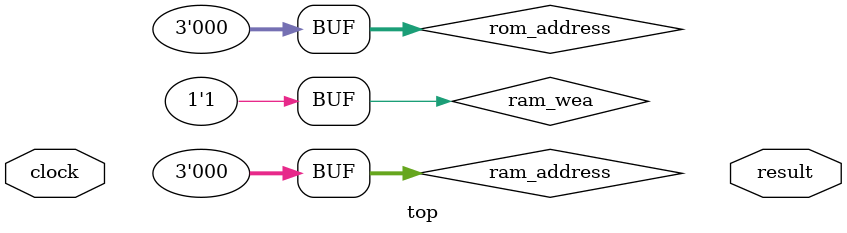
<source format=v>
module top(input clock, output result);
    reg ram_wea = 1;
    reg [2:0] ram_address = 0;
    wire [63:0] ram_in;
    wire [63:0] ram_out;
    
    reg [2:0] rom_address = 0;
    wire [143:0] rom_output;
    
    encrypt encrypt(
        clock,
        rom_output[79:0],
        rom_output[143:80],
        ram_in
    );
    
    blk_mem_gen_0 block_rom(clock, rom_address, rom_output);
    blk_mem_gen_1 block_ram(clock, ram_wea, ram_address, ram_in, ram_out);
endmodule

</source>
